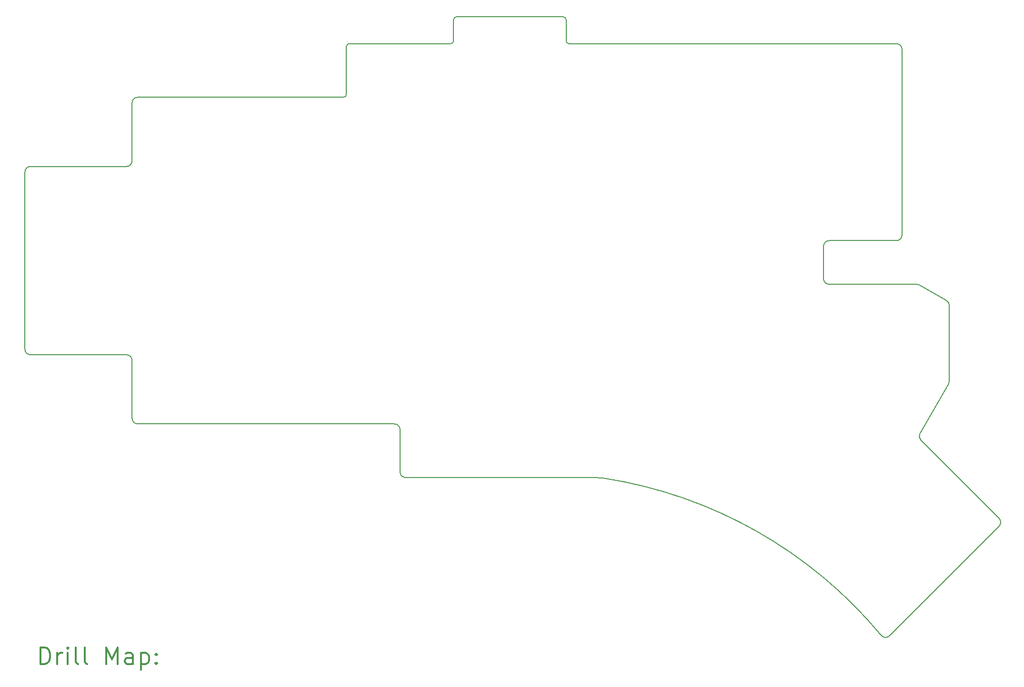
<source format=gbr>
%FSLAX45Y45*%
G04 Gerber Fmt 4.5, Leading zero omitted, Abs format (unit mm)*
G04 Created by KiCad (PCBNEW (5.1.10)-1) date 2021-10-25 12:42:18*
%MOMM*%
%LPD*%
G01*
G04 APERTURE LIST*
%TA.AperFunction,Profile*%
%ADD10C,0.200000*%
%TD*%
%ADD11C,0.200000*%
%ADD12C,0.300000*%
G04 APERTURE END LIST*
D10*
X6899440Y-12580600D02*
X6899440Y-11551230D01*
X6799440Y-11451230D02*
G75*
G02*
X6899440Y-11551230I0J-100000D01*
G01*
X5094435Y-11451230D02*
G75*
G02*
X4994435Y-11351230I0J100000D01*
G01*
X4994435Y-11351230D02*
X4994435Y-8201230D01*
X6799440Y-11451230D02*
X5094435Y-11451230D01*
X20585541Y-6018200D02*
X20585541Y-9321144D01*
X19190026Y-9521144D02*
G75*
G02*
X19290026Y-9421144I100000J0D01*
G01*
X16489370Y-5918200D02*
X16569370Y-5918200D01*
X22311406Y-14500875D02*
X20363825Y-16448141D01*
X19190026Y-9521144D02*
X19190026Y-10097055D01*
X15281824Y-13645387D02*
G75*
G02*
X20219704Y-16445322I-1219184J-7904233D01*
G01*
X16569370Y-5918200D02*
X18278210Y-5918200D01*
X20363825Y-16448141D02*
G75*
G02*
X20219704Y-16445322I-70705J70716D01*
G01*
X21426967Y-10574187D02*
X21426967Y-11918258D01*
X19290026Y-10197055D02*
X20846922Y-10197055D01*
X19290026Y-10197055D02*
G75*
G02*
X19190026Y-10097055I0J100000D01*
G01*
X20429470Y-5918200D02*
X20485541Y-5918200D01*
X20585541Y-9321144D02*
G75*
G02*
X20485541Y-9421144I-100000J0D01*
G01*
X15129382Y-13633700D02*
X11761940Y-13633700D01*
X15129382Y-13633700D02*
G75*
G02*
X15281824Y-13645387I0J-1000000D01*
G01*
X22311416Y-14359453D02*
G75*
G02*
X22311406Y-14500875I-70714J-70706D01*
G01*
X21376964Y-10487583D02*
G75*
G02*
X21426967Y-10574187I-49997J-86604D01*
G01*
X20921309Y-12969178D02*
X22311416Y-14359453D01*
X20846922Y-10197055D02*
G75*
G02*
X20896919Y-10210451I0J-100000D01*
G01*
X21413572Y-11968255D02*
X20905420Y-12848475D01*
X20896919Y-10210451D02*
X21376964Y-10487583D01*
X20485541Y-5918200D02*
G75*
G02*
X20585541Y-6018200I0J-100000D01*
G01*
X6999440Y-12680600D02*
G75*
G02*
X6899440Y-12580600I0J100000D01*
G01*
X11561940Y-12680600D02*
X6999440Y-12680600D01*
X11561940Y-12680600D02*
G75*
G02*
X11661940Y-12780600I0J-100000D01*
G01*
X11761940Y-13633700D02*
G75*
G02*
X11661940Y-13533700I0J100000D01*
G01*
X20921309Y-12969178D02*
G75*
G02*
X20905420Y-12848475I70715J70706D01*
G01*
X21426967Y-11918258D02*
G75*
G02*
X21413572Y-11968255I-100000J0D01*
G01*
X18278210Y-5918200D02*
X20429470Y-5918200D01*
X20485541Y-9421144D02*
X19290026Y-9421144D01*
X11661940Y-13533700D02*
X11661940Y-12780600D01*
X10709440Y-5968200D02*
G75*
G02*
X10759440Y-5918200I50000J0D01*
G01*
X6899440Y-8001230D02*
X6899440Y-6970670D01*
X5094435Y-8101230D02*
X6799440Y-8101230D01*
X4994435Y-8201230D02*
G75*
G02*
X5094435Y-8101230I100000J0D01*
G01*
X14564370Y-5441900D02*
G75*
G02*
X14614370Y-5491900I0J-50000D01*
G01*
X12614440Y-5491900D02*
G75*
G02*
X12664440Y-5441900I50000J0D01*
G01*
X12614440Y-5868200D02*
X12614440Y-5491900D01*
X6999440Y-6870670D02*
X7528910Y-6870670D01*
X6899440Y-8001230D02*
G75*
G02*
X6799440Y-8101230I-100000J0D01*
G01*
X10709440Y-6820670D02*
G75*
G02*
X10659440Y-6870670I-50000J0D01*
G01*
X14664370Y-5918200D02*
X16489370Y-5918200D01*
X10709440Y-6820670D02*
X10709440Y-5968200D01*
X14664370Y-5918200D02*
G75*
G02*
X14614370Y-5868200I0J50000D01*
G01*
X14614370Y-5491900D02*
X14614370Y-5868200D01*
X12664440Y-5441900D02*
X14564370Y-5441900D01*
X6899440Y-6970670D02*
G75*
G02*
X6999440Y-6870670I100000J0D01*
G01*
X7528910Y-6870670D02*
X10659440Y-6870670D01*
X12614440Y-5868200D02*
G75*
G02*
X12564440Y-5918200I-50000J0D01*
G01*
X10759440Y-5918200D02*
X12564440Y-5918200D01*
D11*
D12*
X5270863Y-16953139D02*
X5270863Y-16653139D01*
X5342292Y-16653139D01*
X5385149Y-16667424D01*
X5413721Y-16695996D01*
X5428006Y-16724567D01*
X5442292Y-16781710D01*
X5442292Y-16824567D01*
X5428006Y-16881710D01*
X5413721Y-16910282D01*
X5385149Y-16938853D01*
X5342292Y-16953139D01*
X5270863Y-16953139D01*
X5570863Y-16953139D02*
X5570863Y-16753139D01*
X5570863Y-16810282D02*
X5585149Y-16781710D01*
X5599435Y-16767424D01*
X5628006Y-16753139D01*
X5656578Y-16753139D01*
X5756578Y-16953139D02*
X5756578Y-16753139D01*
X5756578Y-16653139D02*
X5742292Y-16667424D01*
X5756578Y-16681710D01*
X5770863Y-16667424D01*
X5756578Y-16653139D01*
X5756578Y-16681710D01*
X5942292Y-16953139D02*
X5913720Y-16938853D01*
X5899435Y-16910282D01*
X5899435Y-16653139D01*
X6099435Y-16953139D02*
X6070863Y-16938853D01*
X6056578Y-16910282D01*
X6056578Y-16653139D01*
X6442292Y-16953139D02*
X6442292Y-16653139D01*
X6542292Y-16867424D01*
X6642292Y-16653139D01*
X6642292Y-16953139D01*
X6913720Y-16953139D02*
X6913720Y-16795996D01*
X6899435Y-16767424D01*
X6870863Y-16753139D01*
X6813720Y-16753139D01*
X6785149Y-16767424D01*
X6913720Y-16938853D02*
X6885149Y-16953139D01*
X6813720Y-16953139D01*
X6785149Y-16938853D01*
X6770863Y-16910282D01*
X6770863Y-16881710D01*
X6785149Y-16853139D01*
X6813720Y-16838853D01*
X6885149Y-16838853D01*
X6913720Y-16824567D01*
X7056578Y-16753139D02*
X7056578Y-17053139D01*
X7056578Y-16767424D02*
X7085149Y-16753139D01*
X7142292Y-16753139D01*
X7170863Y-16767424D01*
X7185149Y-16781710D01*
X7199435Y-16810282D01*
X7199435Y-16895996D01*
X7185149Y-16924567D01*
X7170863Y-16938853D01*
X7142292Y-16953139D01*
X7085149Y-16953139D01*
X7056578Y-16938853D01*
X7328006Y-16924567D02*
X7342292Y-16938853D01*
X7328006Y-16953139D01*
X7313720Y-16938853D01*
X7328006Y-16924567D01*
X7328006Y-16953139D01*
X7328006Y-16767424D02*
X7342292Y-16781710D01*
X7328006Y-16795996D01*
X7313720Y-16781710D01*
X7328006Y-16767424D01*
X7328006Y-16795996D01*
M02*

</source>
